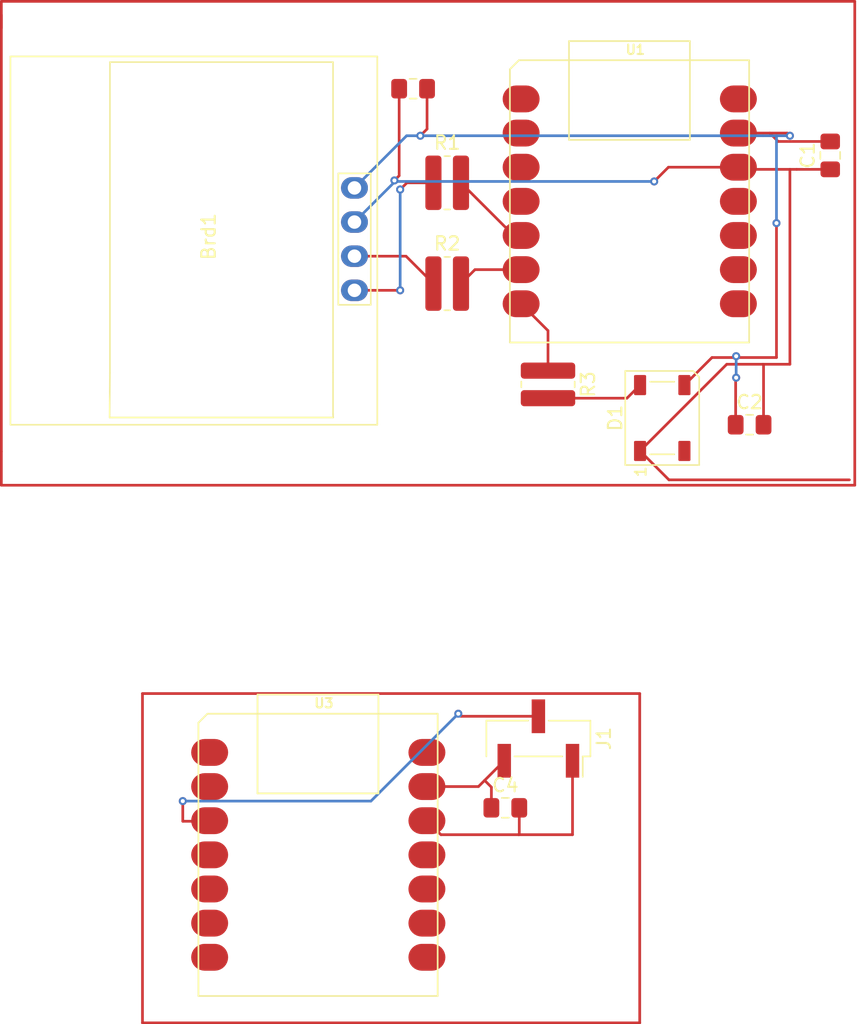
<source format=kicad_pcb>
(kicad_pcb (version 20240108) (generator "pcbnew") (generator_version "8.0")
  (title_block (title "Fiona PCB1") (date "2025-02-05") (rev "1"))
  (layers (0 "F.Cu" signal) (31 "B.Cu" signal) (34 "B.Paste" user) (35 "F.Paste" user) (36 "B.SilkS" user "B.Silkscreen") (37 "F.SilkS" user "F.Silkscreen") (38 "B.Mask" user) (39 "F.Mask" user) (44 "Edge.Cuts" user))
  (net 0 "")
  (net 1 "GND")
  (net 2 "+3.3V")
  (net 3 "Net-(Brd1-SDA)")
  (net 4 "Net-(Brd1-SCL)")
  (net 5 "Net-(D1-DIN)")
  (net 7 "/signal")
  (net 8 "Net-(U1-PA8_A4_D4_SDA)")
  (net 9 "Net-(U1-PA9_A5_D5_SCL)")
  (net 10 "Net-(U1-PB08_A6_D6_TX)")
  (net 11 "Net-(SW1A-A)")
  (net 12 "Net-(U1-PB09_A7_D7_RX)")
  (net 14 "Net-(U1-PA4_A1_D1)")
  (net 18 "Net-(U1-PA10_A2_D2)")
  (net 19 "Net-(U1-PA11_A3_D3)")
  (net 20 "Net-(U1-PA02_A0_D0)")
  (net 31 "Net-(U1-GND)")
  (footprint "LED_SMD:LED_WS2812B_PLCC4_5.0x5.0mm_P3.2mm" (layer "F.Cu") (at 190.175 87 90)
    (property "Reference" "D1" (at 0 -3.5 90) (layer "F.SilkS"))
    (property "Value" "WS2812B")
    (fp_line (start -3.5 -2.75) (end 3.5 -2.75) (stroke (width 0.12)) (layer "F.SilkS"))
    (fp_line (start -3.5 -2.75) (end -3.5 2.75) (stroke (width 0.12)) (layer "F.SilkS"))
    (fp_line (start 2.7 0.9) (end 2.7 -0.9) (stroke (width 0.12)) (layer "F.SilkS"))
    (fp_line (start -2.7 0.9) (end -2.7 -0.9) (stroke (width 0.12)) (layer "F.SilkS"))
    (fp_line (start 3.5 2.3) (end 3.5 -2.75) (stroke (width 0.12)) (layer "F.SilkS"))
    (fp_line (start 3.05 2.75) (end 3.5 2.3) (stroke (width 0.12)) (layer "F.SilkS"))
    (fp_line (start -3.5 2.75) (end 3.05 2.75) (stroke (width 0.12)) (layer "F.SilkS"))
    (fp_text user "1" (at -4 -1.6 90) (layer "F.SilkS") (effects (font (size 0.8 0.8))))
    (pad "1" smd roundrect (at -2.45 -1.65 90) (size 1.5 0.9) (layers "F.Cu" "F.Paste" "F.Mask") (roundrect_rratio 0.1) (net 2 "+3.3V"))
    (pad "2" smd roundrect (at -2.45 1.65 90) (size 1.5 0.9) (layers "F.Cu" "F.Paste" "F.Mask") (roundrect_rratio 0.1))
    (pad "3" smd roundrect (at 2.45 1.65 90) (size 1.5 0.9) (layers "F.Cu" "F.Paste" "F.Mask") (roundrect_rratio 0.1) (net 1 "GND"))
    (pad "4" smd roundrect (at 2.45 -1.65 90) (size 1.5 0.9) (layers "F.Cu" "F.Paste" "F.Mask") (roundrect_rratio 0.1) (net 5 "Net-(D1-DIN)"))
  )
  (footprint "Capacitor_SMD:C_0805_2012Metric_Pad1.18x1.45mm_HandSolder" (layer "F.Cu") (at 196.675 87.5)
    (property "Reference" "C2" (at 0 -1.68 360) (layer "F.SilkS"))
    (property "Value" "C" (hide yes))
    (fp_line (start -0.261252 -0.735) (end 0.261252 -0.735) (stroke (width 0.12)) (layer "F.SilkS"))
    (fp_line (start -0.261252 0.735) (end 0.261252 0.735) (stroke (width 0.12)) (layer "F.SilkS"))
    (pad "1" smd roundrect (at -1.0375 0) (size 1.175 1.45) (layers "F.Cu" "F.Paste" "F.Mask") (roundrect_rratio 0.212766) (net 1 "GND"))
    (pad "2" smd roundrect (at 1.0375 0) (size 1.175 1.45) (layers "F.Cu" "F.Paste" "F.Mask") (roundrect_rratio 0.212766) (net 2 "+3.3V"))
  )
  (footprint "xiao ESP32C3_PCB:MOUDLE14P-SMD-2.54-21X17.8MM" (layer "F.Cu") (at 178.84 81.38)
    (property "Reference" "U1" (at 9.3345 -21.7805 0) (layer "F.SilkS") (effects (font (size 0.7 0.7))))
    (property "Value" "MOUDLE-SEEEDUINO-XIAO-ESP32C3")
    (fp_line (start 0 -20.3285) (end 0 0) (stroke (width 0.127)) (layer "F.SilkS"))
    (fp_line (start 0 0) (end 17.8 0) (stroke (width 0.127)) (layer "F.SilkS"))
    (fp_line (start 0.671541 -21) (end 0 -20.3285) (stroke (width 0.127)) (layer "F.SilkS"))
    (fp_line (start 4.396 -15.072) (end 4.396 -22.425) (stroke (width 0.127)) (layer "F.SilkS"))
    (fp_line (start 4.4 -22.424) (end 13.395 -22.424) (stroke (width 0.127)) (layer "F.SilkS"))
    (fp_line (start 13.395 -22.424) (end 13.395 -15.072) (stroke (width 0.127)) (layer "F.SilkS"))
    (fp_line (start 13.395 -15.072) (end 4.396 -15.072) (stroke (width 0.127)) (layer "F.SilkS"))
    (fp_line (start 17.8 -21) (end 0.671541 -21) (stroke (width 0.127)) (layer "F.SilkS"))
    (fp_line (start 17.8 0) (end 17.8 -21) (stroke (width 0.127)) (layer "F.SilkS"))
    (pad "1" smd roundrect (at 0.835 -18.12) (size 2.75 2) (layers "F.Cu" "F.Paste" "F.Mask") (roundrect_rratio 0.5) (net 20 "Net-(U1-PA02_A0_D0)"))
    (pad "2" smd roundrect (at 0.835 -15.58) (size 2.75 2) (layers "F.Cu" "F.Paste" "F.Mask") (roundrect_rratio 0.5) (net 14 "Net-(U1-PA4_A1_D1)"))
    (pad "3" smd roundrect (at 0.835 -13.04) (size 2.75 2) (layers "F.Cu" "F.Paste" "F.Mask") (roundrect_rratio 0.5) (net 18 "Net-(U1-PA10_A2_D2)"))
    (pad "4" smd roundrect (at 0.835 -10.5) (size 2.75 2) (layers "F.Cu" "F.Paste" "F.Mask") (roundrect_rratio 0.5) (net 19 "Net-(U1-PA11_A3_D3)"))
    (pad "5" smd roundrect (at 0.835 -7.96) (size 2.75 2) (layers "F.Cu" "F.Paste" "F.Mask") (roundrect_rratio 0.5) (net 8 "Net-(U1-PA8_A4_D4_SDA)"))
    (pad "6" smd roundrect (at 0.835 -5.42) (size 2.75 2) (layers "F.Cu" "F.Paste" "F.Mask") (roundrect_rratio 0.5) (net 9 "Net-(U1-PA9_A5_D5_SCL)"))
    (pad "7" smd roundrect (at 0.835 -2.88) (size 2.75 2) (layers "F.Cu" "F.Paste" "F.Mask") (roundrect_rratio 0.5) (net 10 "Net-(U1-PB08_A6_D6_TX)"))
    (pad "8" smd roundrect (at 17 -2.88) (size 2.75 2) (layers "F.Cu" "F.Paste" "F.Mask") (roundrect_rratio 0.5) (net 12 "Net-(U1-PB09_A7_D7_RX)"))
    (pad "9" smd roundrect (at 17 -5.42) (size 2.75 2) (layers "F.Cu" "F.Paste" "F.Mask") (roundrect_rratio 0.5))
    (pad "10" smd roundrect (at 17 -7.96) (size 2.75 2) (layers "F.Cu" "F.Paste" "F.Mask") (roundrect_rratio 0.5))
    (pad "11" smd roundrect (at 17 -10.5) (size 2.75 2) (layers "F.Cu" "F.Paste" "F.Mask") (roundrect_rratio 0.5))
    (pad "12" smd roundrect (at 17 -13.04) (size 2.75 2) (layers "F.Cu" "F.Paste" "F.Mask") (roundrect_rratio 0.5) (net 2 "+3.3V"))
    (pad "13" smd roundrect (at 17 -15.58) (size 2.75 2) (layers "F.Cu" "F.Paste" "F.Mask") (roundrect_rratio 0.5) (net 31 "Net-(U1-GND)"))
    (pad "14" smd roundrect (at 17 -18.12) (size 2.75 2) (layers "F.Cu" "F.Paste" "F.Mask") (roundrect_rratio 0.5))
  )
  (footprint "SSD1306:128x64OLED" (layer "F.Cu") (at 156.675 73.5 -90)
    (property "Reference" "Brd1" (at 0 0.254 90) (layer "F.SilkS"))
    (property "Value" "SSD1306")
    (fp_line (start -13.4 15) (end -13.4 -12.3) (stroke (width 0.12)) (layer "F.SilkS"))
    (fp_line (start 14 15) (end -13.4 15) (stroke (width 0.12)) (layer "F.SilkS"))
    (fp_line (start 13.462 7.62) (end 13.462 -9.017) (stroke (width 0.12)) (layer "F.SilkS"))
    (fp_line (start -12.978 7.595) (end -12.978 -9.005) (stroke (width 0.12)) (layer "F.SilkS"))
    (fp_line (start 10.122 7.595) (end 13.462 7.62) (stroke (width 0.12)) (layer "F.SilkS"))
    (fp_line (start 10.122 7.595) (end -12.978 7.595) (stroke (width 0.12)) (layer "F.SilkS"))
    (fp_line (start -12.978 -9.005) (end 10.122 -9.005) (stroke (width 0.12)) (layer "F.SilkS"))
    (fp_line (start 10.122 -9.005) (end 13.208 -9.005) (stroke (width 0.12)) (layer "F.SilkS"))
    (fp_line (start 13.462 -9.017) (end 13.208 -9.005) (stroke (width 0.12)) (layer "F.SilkS"))
    (fp_line (start 5.08 -9.398) (end -4.699 -9.398) (stroke (width 0.12)) (layer "F.SilkS"))
    (fp_line (start -4.699 -11.811) (end -4.699 -9.398) (stroke (width 0.12)) (layer "F.SilkS"))
    (fp_line (start -4.699 -11.811) (end 5.08 -11.811) (stroke (width 0.12)) (layer "F.SilkS"))
    (fp_line (start 5.08 -11.811) (end 5.08 -9.398) (stroke (width 0.12)) (layer "F.SilkS"))
    (fp_line (start -13.4 -12.3) (end 14 -12.3) (stroke (width 0.12)) (layer "F.SilkS"))
    (fp_line (start 14 -12.3) (end 14 15) (stroke (width 0.12)) (layer "F.SilkS"))
    (pad "1" thru_hole oval (at -3.62 -10.6) (size 2 1.6) (drill 1) (layers "*.Cu" "*.Mask") (net 1 "GND"))
    (pad "2" thru_hole oval (at -1.08 -10.6) (size 2 1.6) (drill 1) (layers "*.Cu" "*.Mask") (net 2 "+3.3V"))
    (pad "3" thru_hole oval (at 1.46 -10.6) (size 2 1.6) (drill 1) (layers "*.Cu" "*.Mask") (net 4 "Net-(Brd1-SCL)"))
    (pad "4" thru_hole oval (at 4 -10.6) (size 2 1.6) (drill 1) (layers "*.Cu" "*.Mask") (net 3 "Net-(Brd1-SDA)"))
  )
  (footprint "Capacitor_SMD:C_0805_2012Metric_Pad1.18x1.45mm_HandSolder" (layer "F.Cu") (at 178.5 116)
    (property "Reference" "C4" (at 0 -1.68 360) (layer "F.SilkS"))
    (property "Value" "C" (hide yes))
    (fp_line (start -0.261252 -0.735) (end 0.261252 -0.735) (stroke (width 0.12)) (layer "F.SilkS"))
    (fp_line (start -0.261252 0.735) (end 0.261252 0.735) (stroke (width 0.12)) (layer "F.SilkS"))
    (pad "1" smd roundrect (at -1.0375 0) (size 1.175 1.45) (layers "F.Cu" "F.Paste" "F.Mask") (roundrect_rratio 0.212766) (net 1 "GND"))
    (pad "2" smd roundrect (at 1.0375 0) (size 1.175 1.45) (layers "F.Cu" "F.Paste" "F.Mask") (roundrect_rratio 0.212766) (net 2 "+3.3V"))
  )
  (footprint "Resistor_SMD:R_0815_2038Metric_Pad1.20x4.05mm_HandSolder" (layer "F.Cu") (at 181.675 84.5 -90)
    (property "Reference" "R3" (at 0 -2.98 90) (layer "F.SilkS"))
    (property "Value" "R" (hide yes))
    (fp_line (start -0.210242 1.985) (end 0.210242 1.985) (stroke (width 0.12)) (layer "F.SilkS"))
    (fp_line (start -0.210242 -1.985) (end 0.210242 -1.985) (stroke (width 0.12)) (layer "F.SilkS"))
    (pad "1" smd roundrect (at -1.025 0 270) (size 1.2 4.05) (layers "F.Cu" "F.Paste" "F.Mask") (roundrect_rratio 0.208333) (net 10 "Net-(U1-PB08_A6_D6_TX)"))
    (pad "2" smd roundrect (at 1.025 0 270) (size 1.2 4.05) (layers "F.Cu" "F.Paste" "F.Mask") (roundrect_rratio 0.208333) (net 5 "Net-(D1-DIN)"))
  )
  (footprint "Capacitor_SMD:C_0805_2012Metric_Pad1.18x1.45mm_HandSolder" (layer "F.Cu") (at 171.6375 62.5)
    (property "Reference" "C3" (hide yes))
    (property "Value" "C")
    (fp_line (start -0.261252 -0.735) (end 0.261252 -0.735) (stroke (width 0.12)) (layer "F.SilkS"))
    (fp_line (start -0.261252 0.735) (end 0.261252 0.735) (stroke (width 0.12)) (layer "F.SilkS"))
    (pad "1" smd roundrect (at -1.0375 0) (size 1.175 1.45) (layers "F.Cu" "F.Paste" "F.Mask") (roundrect_rratio 0.212766) (net 2 "+3.3V"))
    (pad "2" smd roundrect (at 1.0375 0) (size 1.175 1.45) (layers "F.Cu" "F.Paste" "F.Mask") (roundrect_rratio 0.212766) (net 1 "GND"))
  )
  (footprint "Resistor_SMD:R_0815_2038Metric_Pad1.20x4.05mm_HandSolder" (layer "F.Cu") (at 174.175 69.5)
    (property "Reference" "R1" (at 0 -2.98 360) (layer "F.SilkS"))
    (property "Value" "R")
    (fp_line (start -0.210242 -1.985) (end 0.210242 -1.985) (stroke (width 0.12)) (layer "F.SilkS"))
    (fp_line (start -0.210242 1.985) (end 0.210242 1.985) (stroke (width 0.12)) (layer "F.SilkS"))
    (pad "1" smd roundrect (at -1.025 0) (size 1.2 4.05) (layers "F.Cu" "F.Paste" "F.Mask") (roundrect_rratio 0.208333) (net 3 "Net-(Brd1-SDA)"))
    (pad "2" smd roundrect (at 1.025 0) (size 1.2 4.05) (layers "F.Cu" "F.Paste" "F.Mask") (roundrect_rratio 0.208333) (net 8 "Net-(U1-PA8_A4_D4_SDA)"))
  )
  (footprint "Resistor_SMD:R_0815_2038Metric_Pad1.20x4.05mm_HandSolder" (layer "F.Cu") (at 174.175 77)
    (property "Reference" "R2" (at 0 -2.98 360) (layer "F.SilkS"))
    (property "Value" "R")
    (fp_line (start -0.210242 -1.985) (end 0.210242 -1.985) (stroke (width 0.12)) (layer "F.SilkS"))
    (fp_line (start -0.210242 1.985) (end 0.210242 1.985) (stroke (width 0.12)) (layer "F.SilkS"))
    (pad "1" smd roundrect (at -1.025 0) (size 1.2 4.05) (layers "F.Cu" "F.Paste" "F.Mask") (roundrect_rratio 0.208333) (net 4 "Net-(Brd1-SCL)"))
    (pad "2" smd roundrect (at 1.025 0) (size 1.2 4.05) (layers "F.Cu" "F.Paste" "F.Mask") (roundrect_rratio 0.208333) (net 9 "Net-(U1-PA9_A5_D5_SCL)"))
  )
  (footprint "Connector_PinHeader_2.54mm:PinHeader_1x03_P2.54mm_Vertical_SMD_Pin1Right" (layer "F.Cu") (at 180.96 110.845 -90)
    (property "Reference" "J1" (at 0 -4.87 90) (layer "F.SilkS"))
    (property "Value" "Soil Mositure Sen")
    (fp_line (start -1.33 3.87) (end 1.33 3.87) (stroke (width 0.12)) (layer "F.SilkS"))
    (fp_line (start -1.33 3.3) (end -1.33 3.87) (stroke (width 0.12)) (layer "F.SilkS"))
    (fp_line (start -1.33 0.76) (end -1.33 3.87) (stroke (width 0.12)) (layer "F.SilkS"))
    (fp_line (start 1.33 -1.78) (end 1.33 1.78) (stroke (width 0.12)) (layer "F.SilkS"))
    (fp_line (start 1.33 -3.3) (end 2.85 -3.3) (stroke (width 0.12)) (layer "F.SilkS"))
    (fp_line (start -1.33 -3.87) (end -1.33 -0.76) (stroke (width 0.12)) (layer "F.SilkS"))
    (fp_line (start -1.33 -3.87) (end 1.33 -3.87) (stroke (width 0.12)) (layer "F.SilkS"))
    (fp_line (start 1.33 -3.87) (end 1.33 -3.3) (stroke (width 0.12)) (layer "F.SilkS"))
    (pad "1" smd rect (at 1.655 -2.54 270) (size 2.51 1) (layers "F.Cu" "F.Paste" "F.Mask") (net 2 "+3.3V"))
    (pad "2" smd rect (at -1.655 0 270) (size 2.51 1) (layers "F.Cu" "F.Paste" "F.Mask") (net 7 "/signal"))
    (pad "3" smd rect (at 1.655 2.54 270) (size 2.51 1) (layers "F.Cu" "F.Paste" "F.Mask") (net 1 "GND"))
  )
  (footprint "xiao ESP32C3_PCB:MOUDLE14P-SMD-2.54-21X17.8MM" (layer "F.Cu") (at 155.665 130)
    (property "Reference" "U3" (at 9.3345 -21.7805 360) (layer "F.SilkS") (effects (font (size 0.7 0.7))))
    (property "Value" "MOUDLE-SEEEDUINO-XIAO-ESP32C3")
    (fp_line (start 0 -20.3285) (end 0 0) (stroke (width 0.127)) (layer "F.SilkS"))
    (fp_line (start 0 0) (end 17.8 0) (stroke (width 0.127)) (layer "F.SilkS"))
    (fp_line (start 0.671541 -21) (end 0 -20.3285) (stroke (width 0.127)) (layer "F.SilkS"))
    (fp_line (start 4.396 -15.072) (end 4.396 -22.425) (stroke (width 0.127)) (layer "F.SilkS"))
    (fp_line (start 4.4 -22.424) (end 13.395 -22.424) (stroke (width 0.127)) (layer "F.SilkS"))
    (fp_line (start 13.395 -22.424) (end 13.395 -15.072) (stroke (width 0.127)) (layer "F.SilkS"))
    (fp_line (start 13.395 -15.072) (end 4.396 -15.072) (stroke (width 0.127)) (layer "F.SilkS"))
    (fp_line (start 17.8 -21) (end 0.671541 -21) (stroke (width 0.127)) (layer "F.SilkS"))
    (fp_line (start 17.8 0) (end 17.8 -21) (stroke (width 0.127)) (layer "F.SilkS"))
    (pad "1" smd roundrect (at 0.835 -18.12) (size 2.75 2) (layers "F.Cu" "F.Paste" "F.Mask") (roundrect_rratio 0.5) (net 11 "Net-(SW1A-A)"))
    (pad "2" smd roundrect (at 0.835 -15.58) (size 2.75 2) (layers "F.Cu" "F.Paste" "F.Mask") (roundrect_rratio 0.5))
    (pad "3" smd roundrect (at 0.835 -13.04) (size 2.75 2) (layers "F.Cu" "F.Paste" "F.Mask") (roundrect_rratio 0.5) (net 7 "/signal"))
    (pad "4" smd roundrect (at 0.835 -10.5) (size 2.75 2) (layers "F.Cu" "F.Paste" "F.Mask") (roundrect_rratio 0.5))
    (pad "5" smd roundrect (at 0.835 -7.96) (size 2.75 2) (layers "F.Cu" "F.Paste" "F.Mask") (roundrect_rratio 0.5))
    (pad "6" smd roundrect (at 0.835 -5.42) (size 2.75 2) (layers "F.Cu" "F.Paste" "F.Mask") (roundrect_rratio 0.5))
    (pad "7" smd roundrect (at 0.835 -2.88) (size 2.75 2) (layers "F.Cu" "F.Paste" "F.Mask") (roundrect_rratio 0.5))
    (pad "8" smd roundrect (at 17 -2.88) (size 2.75 2) (layers "F.Cu" "F.Paste" "F.Mask") (roundrect_rratio 0.5))
    (pad "9" smd roundrect (at 17 -5.42) (size 2.75 2) (layers "F.Cu" "F.Paste" "F.Mask") (roundrect_rratio 0.5))
    (pad "10" smd roundrect (at 17 -7.96) (size 2.75 2) (layers "F.Cu" "F.Paste" "F.Mask") (roundrect_rratio 0.5))
    (pad "11" smd roundrect (at 17 -10.5) (size 2.75 2) (layers "F.Cu" "F.Paste" "F.Mask") (roundrect_rratio 0.5))
    (pad "12" smd roundrect (at 17 -13.04) (size 2.75 2) (layers "F.Cu" "F.Paste" "F.Mask") (roundrect_rratio 0.5) (net 2 "+3.3V"))
    (pad "13" smd roundrect (at 17 -15.58) (size 2.75 2) (layers "F.Cu" "F.Paste" "F.Mask") (roundrect_rratio 0.5) (net 1 "GND"))
    (pad "14" smd roundrect (at 17 -18.12) (size 2.75 2) (layers "F.Cu" "F.Paste" "F.Mask") (roundrect_rratio 0.5))
  )
  (footprint "Capacitor_SMD:C_0805_2012Metric_Pad1.18x1.45mm_HandSolder" (layer "F.Cu") (at 202.675 67.4625 90)
    (property "Reference" "C1" (at 0 -1.68 90) (layer "F.SilkS"))
    (property "Value" "C")
    (fp_line (start -0.261252 -0.735) (end 0.261252 -0.735) (stroke (width 0.12)) (layer "F.SilkS"))
    (fp_line (start -0.261252 0.735) (end 0.261252 0.735) (stroke (width 0.12)) (layer "F.SilkS"))
    (pad "1" smd roundrect (at -1.0375 0 90) (size 1.175 1.45) (layers "F.Cu" "F.Paste" "F.Mask") (roundrect_rratio 0.212766) (net 2 "+3.3V"))
    (pad "2" smd roundrect (at 1.0375 0 90) (size 1.175 1.45) (layers "F.Cu" "F.Paste" "F.Mask") (roundrect_rratio 0.212766) (net 1 "GND"))
  )
  (gr_line (start 204.5 56) (end 141 56) (stroke (width 0.2)) (layer "F.Cu"))
  (gr_line (start 188.5 107.5) (end 188.5 132) (stroke (width 0.2)) (layer "F.Cu"))
  (gr_line (start 141 89.5) (end 141 92) (stroke (width 0.2)) (layer "F.Cu"))
  (gr_line (start 204.5 92) (end 204.5 56) (stroke (width 0.2)) (layer "F.Cu"))
  (gr_line (start 151.5 132) (end 188.5 132) (stroke (width 0.2)) (layer "F.Cu"))
  (gr_line (start 141 56) (end 141 58) (stroke (width 0.2)) (layer "F.Cu"))
  (gr_line (start 188.5 107.5) (end 151.5 107.5) (stroke (width 0.2)) (layer "F.Cu"))
  (gr_line (start 151.5 107.5) (end 151.5 132) (stroke (width 0.2)) (layer "F.Cu"))
  (gr_line (start 141 92) (end 204.5 92) (stroke (width 0.2)) (layer "F.Cu"))
  (gr_line (start 141 57) (end 141 89.5) (stroke (width 0.2)) (layer "F.Cu"))
  (segment (start 177.4625 116) (end 177.4625 114.4625) (width 0.2) (layer "F.Cu") (net 1))
  (segment (start 172.665 114.42) (end 176.5 114.42) (width 0.2) (layer "F.Cu") (net 1))
  (segment (start 191.825 84.55) (end 193.875 82.5) (width 0.2) (layer "F.Cu") (net 1))
  (segment (start 199.475 65.8) (end 199.675 66) (width 0.2) (layer "F.Cu") (net 1))
  (segment (start 176.5 114.42) (end 176.96 113.96) (width 0.2) (layer "F.Cu") (net 1))
  (segment (start 198.8 66.425) (end 198.175 65.8) (width 0.2) (layer "F.Cu") (net 1))
  (segment (start 202.675 66.425) (end 198.8 66.425) (width 0.2) (layer "F.Cu") (net 1))
  (segment (start 195.6375 84.0375) (end 195.675 84) (width 0.2) (layer "F.Cu") (net 1))
  (segment (start 177.4625 114.4625) (end 176.96 113.96) (width 0.2) (layer "F.Cu") (net 1))
  (segment (start 172.675 62.5) (end 172.675 65.5) (width 0.2) (layer "F.Cu") (net 1))
  (segment (start 198.175 65.8) (end 199.475 65.8) (width 0.2) (layer "F.Cu") (net 1))
  (segment (start 172.675 65.5) (end 172.175 66) (width 0.2) (layer "F.Cu") (net 1))
  (segment (start 193.875 82.5) (end 198.675 82.5) (width 0.2) (layer "F.Cu") (net 1))
  (segment (start 176.96 113.96) (end 178.42 112.5) (width 0.2) (layer "F.Cu") (net 1))
  (segment (start 195.84 65.8) (end 198.175 65.8) (width 0.2) (layer "F.Cu") (net 1))
  (segment (start 198.675 82.5) (end 198.675 72.5) (width 0.2) (layer "F.Cu") (net 1))
  (segment (start 195.6375 87.5) (end 195.6375 84.0375) (width 0.2) (layer "F.Cu") (net 1))
  (via (at 199.675 66) (size 0.6) (drill 0.3) (layers "F.Cu" "B.Cu") (net 1))
  (via (at 195.675 84) (size 0.6) (drill 0.3) (layers "F.Cu" "B.Cu") (net 1))
  (via (at 195.675 82.4) (size 0.6) (drill 0.3) (layers "F.Cu" "B.Cu") (net 1))
  (via (at 198.675 72.5) (size 0.6) (drill 0.3) (layers "F.Cu" "B.Cu") (net 1))
  (via (at 172.175 66) (size 0.6) (drill 0.3) (layers "F.Cu" "B.Cu") (net 1))
  (segment (start 198.675 72.5) (end 198.675 66) (width 0.2) (layer "B.Cu") (net 1))
  (segment (start 172.175 66) (end 171.155 66) (width 0.2) (layer "B.Cu") (net 1))
  (segment (start 171.155 66) (end 167.275 69.88) (width 0.2) (layer "B.Cu") (net 1))
  (segment (start 197.675 66) (end 172.175 66) (width 0.2) (layer "B.Cu") (net 1))
  (segment (start 198.675 66) (end 197.675 66) (width 0.2) (layer "B.Cu") (net 1))
  (segment (start 195.675 84) (end 195.675 82.4) (width 0.2) (layer "B.Cu") (net 1))
  (segment (start 199.675 66) (end 198.675 66) (width 0.2) (layer "B.Cu") (net 1))
  (segment (start 195.84 68.34) (end 190.635 68.34) (width 0.2) (layer "F.Cu") (net 2))
  (segment (start 188.525 89.45) (end 190.675 91.6) (width 0.2) (layer "F.Cu") (net 2))
  (segment (start 173.705 118) (end 179.5 118) (width 0.2) (layer "F.Cu") (net 2))
  (segment (start 200.175 68.5) (end 199.675 68.5) (width 0.2) (layer "F.Cu") (net 2))
  (segment (start 179.5375 117.9625) (end 179.5 118) (width 0.2) (layer "F.Cu") (net 2))
  (segment (start 202.675 68.5) (end 200.175 68.5) (width 0.2) (layer "F.Cu") (net 2))
  (segment (start 199.675 83) (end 199.675 68.5) (width 0.2) (layer "F.Cu") (net 2))
  (segment (start 170.6 62.5) (end 170.6 68.9711) (width 0.2) (layer "F.Cu") (net 2))
  (segment (start 196 68.5) (end 195.84 68.34) (width 0.2) (layer "F.Cu") (net 2))
  (segment (start 197.675 83) (end 199.675 83) (width 0.2) (layer "F.Cu") (net 2))
  (segment (start 190.635 68.34) (end 189.575 69.4) (width 0.2) (layer "F.Cu") (net 2))
  (segment (start 179.5375 116) (end 179.5375 117.9625) (width 0.2) (layer "F.Cu") (net 2))
  (segment (start 190.675 91.6) (end 204.1 91.6) (width 0.2) (layer "F.Cu") (net 2))
  (segment (start 197.7125 83.0375) (end 197.675 83) (width 0.2) (layer "F.Cu") (net 2))
  (segment (start 179.5 118) (end 183.5 118) (width 0.2) (layer "F.Cu") (net 2))
  (segment (start 197.7125 87.5) (end 197.7125 83.0375) (width 0.2) (layer "F.Cu") (net 2))
  (segment (start 188.525 89.45) (end 194.975 83) (width 0.2) (layer "F.Cu") (net 2))
  (segment (start 199.675 68.5) (end 196 68.5) (width 0.2) (layer "F.Cu") (net 2))
  (segment (start 183.5 118) (end 183.5 112.5) (width 0.2) (layer "F.Cu") (net 2))
  (segment (start 194.975 83) (end 197.675 83) (width 0.2) (layer "F.Cu") (net 2))
  (segment (start 172.665 116.96) (end 173.705 118) (width 0.2) (layer "F.Cu") (net 2))
  (segment (start 170.6 68.9711) (end 170.246957 69.324143) (width 0.2) (layer "F.Cu") (net 2))
  (via (at 189.575 69.4) (size 0.6) (drill 0.3) (layers "F.Cu" "B.Cu") (net 2))
  (via (at 170.246957 69.324143) (size 0.6) (drill 0.3) (layers "F.Cu" "B.Cu") (net 2))
  (segment (start 167.275 72.42) (end 170.295 69.4) (width 0.2) (layer "B.Cu") (net 2))
  (segment (start 170.295 69.4) (end 170.295 69.372186) (width 0.2) (layer "B.Cu") (net 2))
  (segment (start 170.295 69.372186) (end 170.246957 69.324143) (width 0.2) (layer "B.Cu") (net 2))
  (segment (start 170.295 69.4) (end 189.575 69.4) (width 0.2) (layer "B.Cu") (net 2))
  (segment (start 189.675 69.5) (end 189.575 69.4) (width 0.2) (layer "B.Cu") (net 2))
  (segment (start 167.275 77.5) (end 170.675 77.5) (width 0.2) (layer "F.Cu") (net 3))
  (segment (start 173.15 69.5) (end 171.175 69.5) (width 0.2) (layer "F.Cu") (net 3))
  (segment (start 171.175 69.5) (end 170.675 70) (width 0.2) (layer "F.Cu") (net 3))
  (via (at 170.675 77.5) (size 0.6) (drill 0.3) (layers "F.Cu" "B.Cu") (net 3))
  (via (at 170.675 70) (size 0.6) (drill 0.3) (layers "F.Cu" "B.Cu") (net 3))
  (via (at 170.675 70) (size 0.6) (drill 0.3) (layers "F.Cu" "B.Cu") (net 3))
  (segment (start 170.675 77.5) (end 170.675 70) (width 0.2) (layer "B.Cu") (net 3))
  (segment (start 171.11 74.96) (end 173.15 77) (width 0.2) (layer "F.Cu") (net 4))
  (segment (start 167.275 74.96) (end 171.11 74.96) (width 0.2) (layer "F.Cu") (net 4))
  (segment (start 187.55 85.525) (end 181.675 85.525) (width 0.2) (layer "F.Cu") (net 5))
  (segment (start 188.525 84.55) (end 187.55 85.525) (width 0.2) (layer "F.Cu") (net 5))
  (segment (start 175.19 109.19) (end 175 109) (width 0.2) (layer "F.Cu") (net 7))
  (segment (start 154.5 115.5) (end 154.5 117) (width 0.2) (layer "F.Cu") (net 7))
  (segment (start 156.46 117) (end 156.5 116.96) (width 0.2) (layer "F.Cu") (net 7))
  (segment (start 154.5 117) (end 156.46 117) (width 0.2) (layer "F.Cu") (net 7))
  (segment (start 180.96 109.19) (end 175.19 109.19) (width 0.2) (layer "F.Cu") (net 7))
  (via (at 175 109) (size 0.6) (drill 0.3) (layers "F.Cu" "B.Cu") (net 7))
  (via (at 154.5 115.5) (size 0.6) (drill 0.3) (layers "F.Cu" "B.Cu") (net 7))
  (segment (start 168.5 115.5) (end 154.5 115.5) (width 0.2) (layer "B.Cu") (net 7))
  (segment (start 175 109) (end 168.5 115.5) (width 0.2) (layer "B.Cu") (net 7))
  (segment (start 179.12 73.42) (end 179.675 73.42) (width 0.2) (layer "F.Cu") (net 8))
  (segment (start 175.2 69.5) (end 179.12 73.42) (width 0.2) (layer "F.Cu") (net 8))
  (segment (start 176.24 75.96) (end 179.675 75.96) (width 0.2) (layer "F.Cu") (net 9))
  (segment (start 175.2 77) (end 176.24 75.96) (width 0.2) (layer "F.Cu") (net 9))
  (segment (start 179.675 78.5) (end 181.675 80.5) (width 0.2) (layer "F.Cu") (net 10))
  (segment (start 181.675 80.5) (end 181.675 83.475) (width 0.2) (layer "F.Cu") (net 10))
)
</source>
